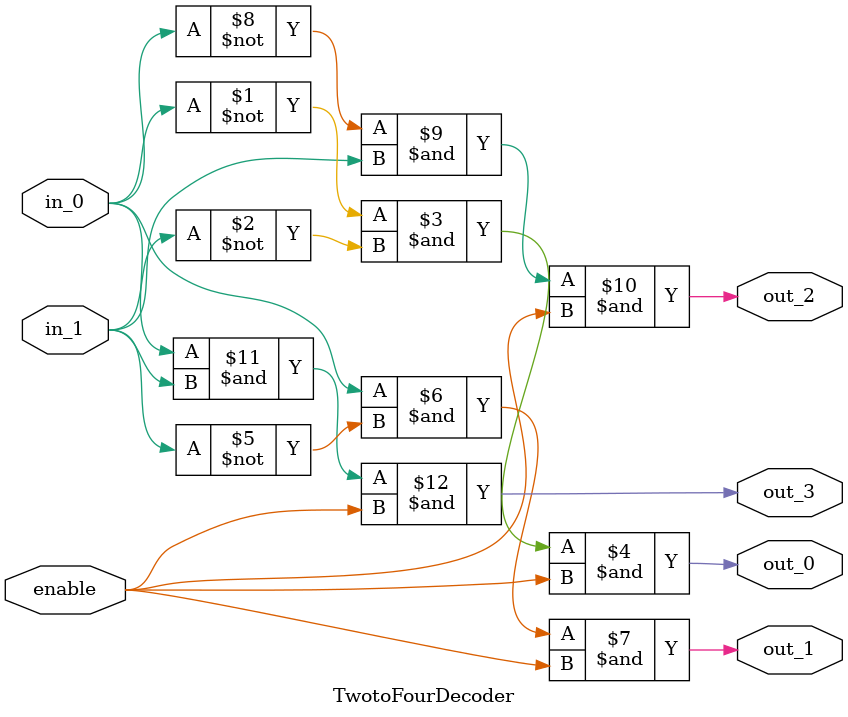
<source format=v>
module TwotoFourDecoder (
	input enable, 
	input in_0, 
	input in_1, 
	output out_0,
	output out_1, 
	output out_2, 
	output out_3
);  


// The decoder logic equtions are implemented using AND and NOT gates. 
assign out_0 = (~in_0 & ~in_1) & enable; 
assign out_1 = (in_0 & ~in_1) & enable; 
assign out_2 = (~in_0 & in_1) & enable; 
assign out_3 = (in_0 & in_1) & enable; 
 

endmodule 
</source>
